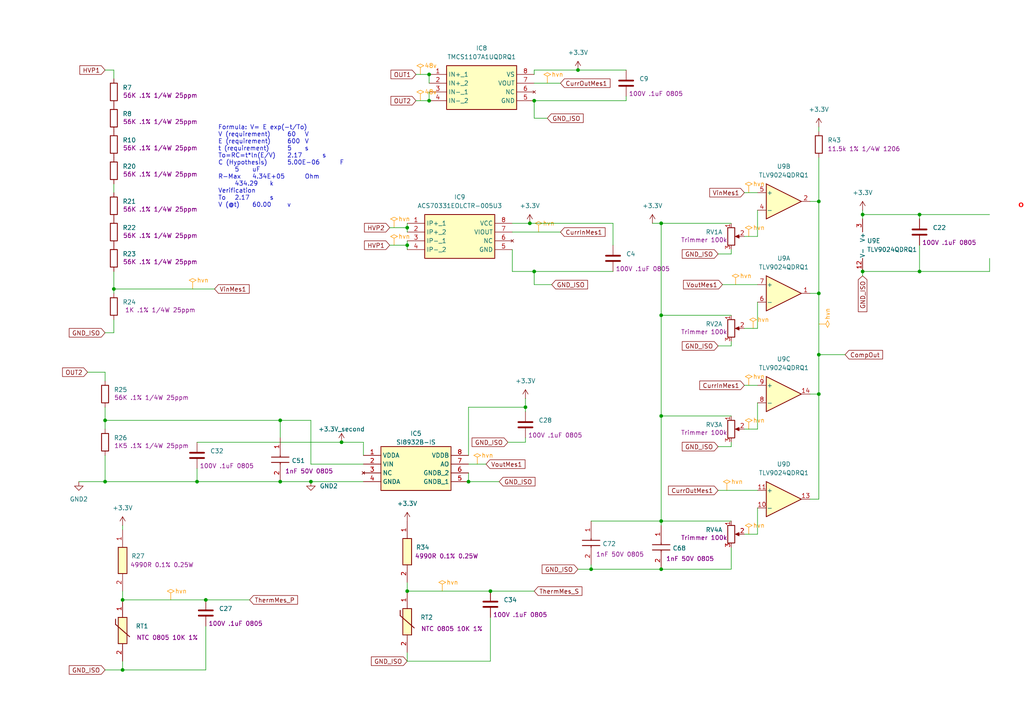
<source format=kicad_sch>
(kicad_sch (version 20250114) (generator "eeschema") (generator_version "9.0")
  (paper "A4")
  (lib_symbols
    (symbol "ACS70331EOLCTR-005U3:ACS70331EOLCTR-005U3"
      (property "Reference" "IC" (at 26.67 7.62 0))
      (property "Value" "ACS70331EOLCTR-005U3" (at 26.67 5.08 0))
      (symbol "ACS70331EOLCTR-005U3_1_1"
        (rectangle (start 5.08 2.54) (end 25.4 -10.16) (stroke (width 0.254)) (fill (type background)))
        (pin passive line (at 0 0 0) (length 5.08) (name "IP+_1") (number "1"))
        (pin passive line (at 0 -2.54 0) (length 5.08) (name "IP+_2") (number "2"))
        (pin passive line (at 0 -5.08 0) (length 5.08) (name "IP-_1") (number "3"))
        (pin passive line (at 0 -7.62 0) (length 5.08) (name "IP-_2") (number "4"))
        (pin passive line (at 30.48 0 180) (length 5.08) (name "VCC") (number "8"))
        (pin passive line (at 30.48 -2.54 180) (length 5.08) (name "VIOUT") (number "7"))
        (pin no_connect line (at 30.48 -5.08 180) (length 5.08) (name "NC") (number "6"))
        (pin passive line (at 30.48 -7.62 180) (length 5.08) (name "GND") (number "5"))
      )
    )
    (symbol "C0805C102J5GACTU:C0805C102J5GACTU" (pin_names (hide yes))
      (property "Reference" "C" (at 8.89 6.35 0))
      (property "Value" "C0805C102J5GACTU" (at 8.89 3.81 0))
      (symbol "C0805C102J5GACTU_1_1"
        (polyline (pts (xy 5.08 0) (xy 5.588 0)) (stroke (width 0.254)))
        (polyline (pts (xy 5.588 2.54) (xy 5.588 -2.54)) (stroke (width 0.254)))
        (polyline (pts (xy 7.112 2.54) (xy 7.112 -2.54)) (stroke (width 0.254)))
        (polyline (pts (xy 7.112 0) (xy 7.62 0)) (stroke (width 0.254)))
        (pin passive line (at 0 0 0) (length 5.08) (name "1") (number "1"))
        (pin passive line (at 12.7 0 180) (length 5.08) (name "2") (number "2"))
      )
    )
    (symbol "Device:C" (pin_numbers (hide yes)) (pin_names (offset 0.254))
      (property "Reference" "C" (at 0.635 2.54 0))
      (property "Value" "C" (at 0.635 -2.54 0))
      (symbol "C_0_1"
        (polyline (pts (xy -2.032 0.762) (xy 2.032 0.762)) (stroke (width 0.508)))
        (polyline (pts (xy -2.032 -0.762) (xy 2.032 -0.762)) (stroke (width 0.508)))
      )
      (symbol "C_1_1"
        (pin passive line (at 0 3.81 270) (length 2.794) (name "~") (number "1"))
        (pin passive line (at 0 -3.81 90) (length 2.794) (name "~") (number "2"))
      )
    )
    (symbol "Device:R" (pin_numbers (hide yes)) (pin_names (offset 0))
      (property "Reference" "R" (at 2.032 0 90))
      (property "Value" "R" (at 0 0 90))
      (symbol "R_0_1"
        (rectangle (start -1.016 -2.54) (end 1.016 2.54) (stroke (width 0.254)))
      )
      (symbol "R_1_1"
        (pin passive line (at 0 3.81 270) (length 1.27) (name "~") (number "1"))
        (pin passive line (at 0 -3.81 90) (length 1.27) (name "~") (number "2"))
      )
    )
    (symbol "Device:R_Potentiometer_Dual_Separate" (pin_names (offset 1.016) (hide yes))
      (property "Reference" "RV" (at -4.445 0 90))
      (property "Value" "R_Potentiometer_Dual_Separate" (at -2.54 0 90))
      (symbol "R_Potentiometer_Dual_Separate_0_1"
        (rectangle (start 1.016 2.54) (end -1.016 -2.54) (stroke (width 0.254)))
        (polyline (pts (xy 1.143 0) (xy 2.286 0.508) (xy 2.286 -0.508) (xy 1.143 0)) (fill (type outline)))
        (polyline (pts (xy 2.54 0) (xy 1.524 0)))
      )
      (symbol "R_Potentiometer_Dual_Separate_1_1"
        (pin passive line (at 0 3.81 270) (length 1.27) (name "1") (number "1"))
        (pin passive line (at 0 -3.81 90) (length 1.27) (name "3") (number "3"))
        (pin passive line (at 3.81 0 180) (length 1.27) (name "2") (number "2"))
      )
      (symbol "R_Potentiometer_Dual_Separate_2_1"
        (pin passive line (at 0 3.81 270) (length 1.27) (name "4") (number "4"))
        (pin passive line (at 0 -3.81 90) (length 1.27) (name "6") (number "6"))
        (pin passive line (at 3.81 0 180) (length 1.27) (name "5") (number "5"))
      )
    )
    (symbol "New_Library:TLV9024QDRQ1" (pin_names (offset 0.127))
      (property "Reference" "U" (at 0 5.08 0))
      (property "Value" "TLV9024QDRQ1" (at 0 -5.08 0))
      (symbol "TLV9024QDRQ1_1_1"
        (polyline (pts (xy -5.08 5.08) (xy 5.08 0) (xy -5.08 -5.08) (xy -5.08 5.08)) (stroke (width 0.254)) (fill (type background)))
        (pin input line (at -7.62 2.54 0) (length 2.54) (name "+") (number "7"))
        (pin input line (at -7.62 -2.54 0) (length 2.54) (name "-") (number "6"))
        (pin output line (at 7.62 0 180) (length 2.54) (name "~") (number "1"))
      )
      (symbol "TLV9024QDRQ1_2_1"
        (polyline (pts (xy -5.08 5.08) (xy 5.08 0) (xy -5.08 -5.08) (xy -5.08 5.08)) (stroke (width 0.254)) (fill (type background)))
        (pin input line (at -7.62 2.54 0) (length 2.54) (name "+") (number "5"))
        (pin input line (at -7.62 -2.54 0) (length 2.54) (name "-") (number "4"))
        (pin output line (at 7.62 0 180) (length 2.54) (name "~") (number "2"))
      )
      (symbol "TLV9024QDRQ1_3_1"
        (polyline (pts (xy -5.08 5.08) (xy 5.08 0) (xy -5.08 -5.08) (xy -5.08 5.08)) (stroke (width 0.254)) (fill (type background)))
        (pin input line (at -7.62 2.54 0) (length 2.54) (name "+") (number "9"))
        (pin input line (at -7.62 -2.54 0) (length 2.54) (name "-") (number "8"))
        (pin output line (at 7.62 0 180) (length 2.54) (name "~") (number "14"))
      )
      (symbol "TLV9024QDRQ1_4_1"
        (polyline (pts (xy -5.08 5.08) (xy 5.08 0) (xy -5.08 -5.08) (xy -5.08 5.08)) (stroke (width 0.254)) (fill (type background)))
        (pin input line (at -7.62 2.54 0) (length 2.54) (name "+") (number "11"))
        (pin input line (at -7.62 -2.54 0) (length 2.54) (name "-") (number "10"))
        (pin output line (at 7.62 0 180) (length 2.54) (name "~") (number "13"))
      )
      (symbol "TLV9024QDRQ1_5_1"
        (pin power_in line (at -2.54 7.62 270) (length 3.81) (name "V+") (number "3"))
        (pin power_in line (at -2.54 -7.62 90) (length 3.81) (name "V-") (number "12"))
      )
    )
    (symbol "RN73R2BTTD4991B25:RN73R2BTTD4991B25" (pin_names (hide yes))
      (property "Reference" "R" (at 13.97 6.35 0))
      (property "Value" "RN73R2BTTD4991B25" (at 13.97 3.81 0))
      (symbol "RN73R2BTTD4991B25_1_1"
        (rectangle (start 5.08 1.27) (end 12.7 -1.27) (stroke (width 0.254)) (fill (type background)))
        (pin passive line (at 0 0 0) (length 5.08) (name "1") (number "1"))
        (pin passive line (at 17.78 0 180) (length 5.08) (name "2") (number "2"))
      )
    )
    (symbol "SI8932B-IS:SI8932B-IS"
      (property "Reference" "IC" (at 26.67 7.62 0))
      (property "Value" "SI8932B-IS" (at 26.67 5.08 0))
      (symbol "SI8932B-IS_1_1"
        (rectangle (start 5.08 2.54) (end 25.4 -10.16) (stroke (width 0.254)) (fill (type background)))
        (pin passive line (at 0 0 0) (length 5.08) (name "VDDA") (number "1"))
        (pin passive line (at 0 -2.54 0) (length 5.08) (name "VIN") (number "2"))
        (pin no_connect line (at 0 -5.08 0) (length 5.08) (name "NC") (number "3"))
        (pin passive line (at 0 -7.62 0) (length 5.08) (name "GNDA") (number "4"))
        (pin passive line (at 30.48 0 180) (length 5.08) (name "VDDB") (number "8"))
        (pin passive line (at 30.48 -2.54 180) (length 5.08) (name "AO") (number "7"))
        (pin passive line (at 30.48 -5.08 180) (length 5.08) (name "GNDB_2") (number "6"))
        (pin passive line (at 30.48 -7.62 180) (length 5.08) (name "GNDB_1") (number "5"))
      )
    )
    (symbol "TMCS1107A4UQDRQ1:TMCS1107A4UQDRQ1"
      (property "Reference" "IC" (at 26.67 7.62 0))
      (property "Value" "TMCS1107A4UQDRQ1" (at 26.67 5.08 0))
      (symbol "TMCS1107A4UQDRQ1_1_1"
        (rectangle (start 5.08 2.54) (end 25.4 -10.16) (stroke (width 0.254)) (fill (type background)))
        (pin passive line (at 0 0 0) (length 5.08) (name "IN+_1") (number "1"))
        (pin passive line (at 0 -2.54 0) (length 5.08) (name "IN+_2") (number "2"))
        (pin passive line (at 0 -5.08 0) (length 5.08) (name "IN-_1") (number "3"))
        (pin passive line (at 0 -7.62 0) (length 5.08) (name "IN-_2") (number "4"))
        (pin passive line (at 30.48 0 180) (length 5.08) (name "VS") (number "8"))
        (pin passive line (at 30.48 -2.54 180) (length 5.08) (name "VOUT") (number "7"))
        (pin no_connect line (at 30.48 -5.08 180) (length 5.08) (name "NC") (number "6"))
        (pin passive line (at 30.48 -7.62 180) (length 5.08) (name "GND") (number "5"))
      )
    )
    (symbol "TX08F103F3435ER:TX08F103F3435ER" (pin_names (hide yes))
      (property "Reference" "RT" (at 13.97 6.35 0))
      (property "Value" "TX08F103F3435ER" (at 13.97 3.81 0))
      (symbol "TX08F103F3435ER_1_1"
        (rectangle (start 5.08 1.27) (end 12.7 -1.27) (stroke (width 0.254)) (fill (type background)))
        (polyline (pts (xy 5.588 -2.032) (xy 7.112 -2.032)) (stroke (width 0.254)))
        (polyline (pts (xy 10.668 2.032) (xy 7.112 -2.032)) (stroke (width 0.254)))
        (pin passive line (at 0 0 0) (length 5.08) (name "1") (number "1"))
        (pin passive line (at 17.78 0 180) (length 5.08) (name "2") (number "2"))
      )
    )
    (symbol "power:+5V" (power) (pin_numbers (hide yes)) (pin_names (offset 0) (hide yes))
      (property "Value" "+5V" (at 0 3.556 0))
      (symbol "+5V_0_1"
        (polyline (pts (xy -0.762 1.27) (xy 0 2.54)))
        (polyline (pts (xy 0 2.54) (xy 0.762 1.27)))
        (polyline (pts (xy 0 0) (xy 0 2.54)))
      )
      (symbol "+5V_1_1"
        (pin power_in line (at 0 0 90) (length 0) (name "~") (number "1"))
      )
    )
    (symbol "power:GND2" (power) (pin_numbers (hide yes)) (pin_names (offset 0) (hide yes))
      (property "Value" "GND2" (at 0 -3.81 0))
      (symbol "GND2_0_1"
        (polyline (pts (xy 0 0) (xy 0 -1.27) (xy 1.27 -1.27) (xy 0 -2.54) (xy -1.27 -1.27) (xy 0 -1.27)))
      )
      (symbol "GND2_1_1"
        (pin power_in line (at 0 0 270) (length 0) (name "~") (number "1"))
      )
    )
  )
  (text "Example of charging power\nOUT I\nACS770LCB-100U \nUni 100A 40mV/A 4800VAC 1min\nVcc = 5V\n22kW/250V= 88A, 22kW/300=73A\nOCP is around 4.033V 4.194V => (4.033+4.194)/2=4113.5mV (102.8A)\nIoutNom = 70A (DJC)\nVoltage range nominal (0,500v) 2%\n102/70= 1.45\n\nProposition prim \nACS70331EOLCTR-005U3\n5A uniderectional, 3.3V, 400mV/A, SOIC 8, very simple \n2euros mouser \nSpec 1200/360=3.33A\n5A/3.33A= 1.5\nout 0 to 3V (perfect)\nOR \nTMCS1107A4U \n3euros mouser \n10A\n\n\nSecondary 1200/42=28.57A \n(target 1.5 = 43A check 45 or 50A)\nTMCS1107A2UQDR \n100mV/A 3.3V\nsimple \nif you want more current \ncheck \nTMCS1107A1U\n86A Uniderectional \n43A \nmouser 2.96euros " (at 330.708 83.566 0) (effects (font (size 1.27 1.27) (bold yes))))
  (text "Formula: V= E exp(-t/To)		\nV (requirement)	60	V\nE (requirement)	600	V\nt (requirement)	5	s\nTo=RC=t*ln(E/V)	2.17	s\nC (Hypothesis)	5.00E-06	F\n	5	uF\nR-Max 	4.34E+05	Ohm \n	434.29	k\nVerification 		\nTo 	2.17	s\nV (@t)	60.00	v\n" (at 63.246 36.322 0) (effects (font (size 1.27 1.27)) (justify left top)))
  (junction (at 191.77 151.13))
  (junction (at 191.77 165.1))
  (junction (at 35.56 194.31))
  (junction (at 250.19 62.23))
  (junction (at 266.7 78.74))
  (junction (at 237.49 58.42))
  (junction (at 250.19 78.74))
  (junction (at 191.77 64.77))
  (junction (at 124.46 21.59))
  (junction (at 124.46 29.21))
  (junction (at 30.48 121.92))
  (junction (at 266.7 62.23))
  (junction (at 118.11 71.12))
  (junction (at 35.56 173.99))
  (junction (at 142.24 171.45))
  (junction (at 154.94 29.21))
  (junction (at 57.15 139.7))
  (junction (at 118.11 171.45))
  (junction (at 237.49 114.3))
  (junction (at 135.89 139.7))
  (junction (at 191.77 120.65))
  (junction (at 237.49 102.87))
  (junction (at 152.4 118.11))
  (junction (at 33.02 83.82))
  (junction (at 90.17 139.7))
  (junction (at 59.69 173.99))
  (junction (at 118.11 66.04))
  (junction (at 81.28 139.7))
  (junction (at 167.64 20.32))
  (junction (at 191.77 91.44))
  (junction (at 81.28 121.92))
  (junction (at 171.45 165.1))
  (junction (at 153.67 64.77))
  (junction (at 154.94 78.74))
  (junction (at 237.49 85.09))
  (junction (at 99.06 128.27))
  (junction (at 30.48 139.7))
  (wire (pts (xy 154.94 34.29) (xy 154.94 29.21)))
  (wire (pts (xy 135.89 118.11) (xy 152.4 118.11)))
  (wire (pts (xy 81.28 121.92) (xy 90.17 121.92)))
  (wire (pts (xy 35.56 173.99) (xy 59.69 173.99)))
  (wire (pts (xy 208.28 73.66) (xy 212.09 73.66)))
  (wire (pts (xy 191.77 91.44) (xy 212.09 91.44)))
  (wire (pts (xy 99.06 128.27) (xy 105.41 128.27)))
  (wire (pts (xy 90.17 139.7) (xy 105.41 139.7)))
  (wire (pts (xy 135.89 139.7) (xy 144.78 139.7)))
  (wire (pts (xy 30.48 121.92) (xy 30.48 124.46)))
  (wire (pts (xy 237.49 58.42) (xy 237.49 85.09)))
  (wire (pts (xy 135.89 134.62) (xy 140.97 134.62)))
  (wire (pts (xy 30.48 132.08) (xy 30.48 139.7)))
  (wire (pts (xy 152.4 115.57) (xy 152.4 118.11)))
  (wire (pts (xy 35.56 171.45) (xy 35.56 173.99)))
  (wire (pts (xy 135.89 137.16) (xy 135.89 139.7)))
  (wire (pts (xy 118.11 69.85) (xy 118.11 71.12)))
  (wire (pts (xy 154.94 20.32) (xy 167.64 20.32)))
  (wire (pts (xy 208.28 129.54) (xy 212.09 129.54)))
  (wire (pts (xy 118.11 66.04) (xy 118.11 67.31)))
  (wire (pts (xy 237.49 102.87) (xy 237.49 85.09)))
  (wire (pts (xy 212.09 165.1) (xy 212.09 158.75)))
  (wire (pts (xy 120.65 21.59) (xy 124.46 21.59)))
  (wire (pts (xy 158.75 34.29) (xy 154.94 34.29)))
  (wire (pts (xy 118.11 71.12) (xy 118.11 72.39)))
  (wire (pts (xy 154.94 20.32) (xy 154.94 21.59)))
  (wire (pts (xy 81.28 139.7) (xy 90.17 139.7)))
  (wire (pts (xy 152.4 119.38) (xy 152.4 118.11)))
  (wire (pts (xy 154.94 78.74) (xy 177.8 78.74)))
  (wire (pts (xy 105.41 132.08) (xy 105.41 128.27)))
  (wire (pts (xy 219.71 87.63) (xy 219.71 95.25)))
  (wire (pts (xy 22.86 139.7) (xy 30.48 139.7)))
  (wire (pts (xy 120.65 29.21) (xy 124.46 29.21)))
  (wire (pts (xy 219.71 68.58) (xy 215.9 68.58)))
  (wire (pts (xy 30.48 194.31) (xy 35.56 194.31)))
  (wire (pts (xy 191.77 64.77) (xy 191.77 91.44)))
  (wire (pts (xy 212.09 129.54) (xy 212.09 128.27)))
  (wire (pts (xy 153.67 64.77) (xy 177.8 64.77)))
  (wire (pts (xy 33.02 85.09) (xy 33.02 83.82)))
  (wire (pts (xy 147.32 128.27) (xy 152.4 128.27)))
  (wire (pts (xy 266.7 78.74) (xy 287.02 78.74)))
  (wire (pts (xy 30.48 110.49) (xy 30.48 107.95)))
  (wire (pts (xy 148.59 67.31) (xy 162.56 67.31)))
  (wire (pts (xy 219.71 60.96) (xy 219.71 68.58)))
  (wire (pts (xy 237.49 144.78) (xy 234.95 144.78)))
  (wire (pts (xy 171.45 163.83) (xy 171.45 165.1)))
  (wire (pts (xy 57.15 139.7) (xy 81.28 139.7)))
  (wire (pts (xy 154.94 29.21) (xy 181.61 29.21)))
  (wire (pts (xy 212.09 100.33) (xy 212.09 99.06)))
  (wire (pts (xy 234.95 114.3) (xy 237.49 114.3)))
  (wire (pts (xy 237.49 144.78) (xy 237.49 114.3)))
  (wire (pts (xy 191.77 120.65) (xy 212.09 120.65)))
  (wire (pts (xy 118.11 189.23) (xy 118.11 191.77)))
  (wire (pts (xy 191.77 165.1) (xy 212.09 165.1)))
  (wire (pts (xy 124.46 21.59) (xy 124.46 24.13)))
  (wire (pts (xy 208.28 100.33) (xy 212.09 100.33)))
  (wire (pts (xy 171.45 165.1) (xy 191.77 165.1)))
  (wire (pts (xy 191.77 91.44) (xy 191.77 120.65)))
  (wire (pts (xy 35.56 191.77) (xy 35.56 194.31)))
  (wire (pts (xy 234.95 85.09) (xy 237.49 85.09)))
  (wire (pts (xy 57.15 135.89) (xy 57.15 139.7)))
  (wire (pts (xy 266.7 71.12) (xy 266.7 78.74)))
  (wire (pts (xy 135.89 118.11) (xy 135.89 132.08)))
  (wire (pts (xy 266.7 62.23) (xy 266.7 63.5)))
  (wire (pts (xy 181.61 27.94) (xy 181.61 29.21)))
  (wire (pts (xy 250.19 62.23) (xy 250.19 63.5)))
  (wire (pts (xy 59.69 181.61) (xy 59.69 194.31)))
  (wire (pts (xy 81.28 121.92) (xy 81.28 127)))
  (wire (pts (xy 215.9 95.25) (xy 219.71 95.25)))
  (wire (pts (xy 154.94 24.13) (xy 162.56 24.13)))
  (wire (pts (xy 33.02 20.32) (xy 30.48 20.32)))
  (wire (pts (xy 171.45 151.13) (xy 191.77 151.13)))
  (wire (pts (xy 177.8 71.12) (xy 177.8 64.77)))
  (wire (pts (xy 118.11 64.77) (xy 118.11 66.04)))
  (wire (pts (xy 33.02 96.52) (xy 33.02 92.71)))
  (wire (pts (xy 237.49 45.72) (xy 237.49 58.42)))
  (wire (pts (xy 25.4 107.95) (xy 30.48 107.95)))
  (wire (pts (xy 152.4 128.27) (xy 152.4 127)))
  (wire (pts (xy 33.02 78.74) (xy 33.02 83.82)))
  (wire (pts (xy 212.09 73.66) (xy 212.09 72.39)))
  (wire (pts (xy 215.9 55.88) (xy 219.71 55.88)))
  (wire (pts (xy 148.59 64.77) (xy 153.67 64.77)))
  (wire (pts (xy 160.02 82.55) (xy 154.94 82.55)))
  (wire (pts (xy 124.46 26.67) (xy 124.46 29.21)))
  (wire (pts (xy 30.48 139.7) (xy 57.15 139.7)))
  (wire (pts (xy 191.77 64.77) (xy 212.09 64.77)))
  (wire (pts (xy 209.55 82.55) (xy 219.71 82.55)))
  (wire (pts (xy 35.56 194.31) (xy 59.69 194.31)))
  (wire (pts (xy 33.02 22.86) (xy 33.02 20.32)))
  (wire (pts (xy 118.11 171.45) (xy 142.24 171.45)))
  (wire (pts (xy 118.11 168.91) (xy 118.11 171.45)))
  (wire (pts (xy 189.23 64.77) (xy 191.77 64.77)))
  (wire (pts (xy 33.02 83.82) (xy 62.23 83.82)))
  (wire (pts (xy 191.77 151.13) (xy 212.09 151.13)))
  (wire (pts (xy 167.64 20.32) (xy 181.61 20.32)))
  (wire (pts (xy 30.48 121.92) (xy 81.28 121.92)))
  (wire (pts (xy 191.77 120.65) (xy 191.77 151.13)))
  (wire (pts (xy 148.59 72.39) (xy 148.59 78.74)))
  (wire (pts (xy 118.11 191.77) (xy 142.24 191.77)))
  (wire (pts (xy 142.24 171.45) (xy 154.94 171.45)))
  (wire (pts (xy 250.19 62.23) (xy 266.7 62.23)))
  (wire (pts (xy 237.49 36.83) (xy 237.49 38.1)))
  (wire (pts (xy 250.19 60.96) (xy 250.19 62.23)))
  (wire (pts (xy 148.59 78.74) (xy 154.94 78.74)))
  (wire (pts (xy 30.48 118.11) (xy 30.48 121.92)))
  (wire (pts (xy 30.48 96.52) (xy 33.02 96.52)))
  (wire (pts (xy 266.7 62.23) (xy 287.02 62.23)))
  (wire (pts (xy 33.02 55.88) (xy 33.02 53.34)))
  (wire (pts (xy 250.19 78.74) (xy 266.7 78.74)))
  (wire (pts (xy 219.71 124.46) (xy 215.9 124.46)))
  (wire (pts (xy 215.9 111.76) (xy 219.71 111.76)))
  (wire (pts (xy 250.19 80.01) (xy 250.19 78.74)))
  (wire (pts (xy 59.69 173.99) (xy 72.39 173.99)))
  (wire (pts (xy 154.94 82.55) (xy 154.94 78.74)))
  (wire (pts (xy 219.71 116.84) (xy 219.71 124.46)))
  (wire (pts (xy 167.64 165.1) (xy 171.45 165.1)))
  (wire (pts (xy 90.17 134.62) (xy 105.41 134.62)))
  (wire (pts (xy 191.77 151.13) (xy 191.77 152.4)))
  (wire (pts (xy 237.49 102.87) (xy 245.11 102.87)))
  (wire (pts (xy 287.02 74.93) (xy 287.02 78.74)))
  (wire (pts (xy 234.95 58.42) (xy 237.49 58.42)))
  (wire (pts (xy 113.03 71.12) (xy 118.11 71.12)))
  (wire (pts (xy 237.49 114.3) (xy 237.49 102.87)))
  (wire (pts (xy 208.28 142.24) (xy 219.71 142.24)))
  (wire (pts (xy 35.56 152.4) (xy 35.56 153.67)))
  (wire (pts (xy 113.03 66.04) (xy 118.11 66.04)))
  (wire (pts (xy 57.15 128.27) (xy 99.06 128.27)))
  (wire (pts (xy 142.24 179.07) (xy 142.24 191.77)))
  (wire (pts (xy 219.71 147.32) (xy 219.71 154.94)))
  (wire (pts (xy 219.71 154.94) (xy 215.9 154.94)))
  (wire (pts (xy 90.17 134.62) (xy 90.17 121.92)))
  (global_label "GND_ISO" (shape input) (at 30.48 96.52 180) (property "Intersheetrefs" "${INTERSHEET_REFS}" (effects (hide yes))))
  (global_label "VoutMes1" (shape input) (at 209.55 82.55 180) (property "Intersheetrefs" "${INTERSHEET_REFS}" (effects (hide yes))))
  (global_label "GND_ISO" (shape input) (at 208.28 100.33 180) (property "Intersheetrefs" "${INTERSHEET_REFS}" (effects (hide yes))))
  (global_label "HVP1" (shape input) (at 113.03 71.12 180) (property "Intersheetrefs" "${INTERSHEET_REFS}" (effects (hide yes))))
  (global_label "OUT2" (shape input) (at 25.4 107.95 180) (property "Intersheetrefs" "${INTERSHEET_REFS}" (effects (hide yes))))
  (global_label "VinMes1" (shape input) (at 62.23 83.82 0) (property "Intersheetrefs" "${INTERSHEET_REFS}" (effects (hide yes))))
  (global_label "HVP2" (shape input) (at 113.03 66.04 180) (property "Intersheetrefs" "${INTERSHEET_REFS}" (effects (hide yes))))
  (global_label "GND_ISO" (shape input) (at 30.48 194.31 180) (property "Intersheetrefs" "${INTERSHEET_REFS}" (effects (hide yes))))
  (global_label "CurrInMes1" (shape input) (at 162.56 67.31 0) (property "Intersheetrefs" "${INTERSHEET_REFS}" (effects (hide yes))))
  (global_label "CurrOutMes1" (shape input) (at 162.56 24.13 0) (property "Intersheetrefs" "${INTERSHEET_REFS}" (effects (hide yes))))
  (global_label "GND_ISO" (shape input) (at 147.32 128.27 180) (property "Intersheetrefs" "${INTERSHEET_REFS}" (effects (hide yes))))
  (global_label "OUT1" (shape input) (at 120.65 21.59 180) (property "Intersheetrefs" "${INTERSHEET_REFS}" (effects (hide yes))))
  (global_label "GND_ISO" (shape input) (at 208.28 73.66 180) (property "Intersheetrefs" "${INTERSHEET_REFS}" (effects (hide yes))))
  (global_label "CurrInMes1" (shape input) (at 215.9 111.76 180) (property "Intersheetrefs" "${INTERSHEET_REFS}" (effects (hide yes))))
  (global_label "GND_ISO" (shape input) (at 158.75 34.29 0) (property "Intersheetrefs" "${INTERSHEET_REFS}" (effects (hide yes))))
  (global_label "ThermMes_P" (shape input) (at 72.39 173.99 0) (property "Intersheetrefs" "${INTERSHEET_REFS}" (effects (hide yes))))
  (global_label "GND_ISO" (shape input) (at 250.19 80.01 270) (property "Intersheetrefs" "${INTERSHEET_REFS}" (effects (hide yes))))
  (global_label "GND_ISO" (shape input) (at 160.02 82.55 0) (property "Intersheetrefs" "${INTERSHEET_REFS}" (effects (hide yes))))
  (global_label "HVP1" (shape input) (at 30.48 20.32 180) (property "Intersheetrefs" "${INTERSHEET_REFS}" (effects (hide yes))))
  (global_label "GND_ISO" (shape input) (at 144.78 139.7 0) (property "Intersheetrefs" "${INTERSHEET_REFS}" (effects (hide yes))))
  (global_label "VinMes1" (shape input) (at 215.9 55.88 180) (property "Intersheetrefs" "${INTERSHEET_REFS}" (effects (hide yes))))
  (global_label "CompOut" (shape input) (at 245.11 102.87 0) (property "Intersheetrefs" "${INTERSHEET_REFS}" (effects (hide yes))))
  (global_label "VoutMes1" (shape input) (at 140.97 134.62 0) (property "Intersheetrefs" "${INTERSHEET_REFS}" (effects (hide yes))))
  (global_label "GND_ISO" (shape input) (at 208.28 129.54 180) (property "Intersheetrefs" "${INTERSHEET_REFS}" (effects (hide yes))))
  (global_label "OUT2" (shape input) (at 120.65 29.21 180) (property "Intersheetrefs" "${INTERSHEET_REFS}" (effects (hide yes))))
  (global_label "GND_ISO" (shape input) (at 118.11 191.77 180) (property "Intersheetrefs" "${INTERSHEET_REFS}" (effects (hide yes))))
  (global_label "GND_ISO" (shape input) (at 167.64 165.1 180) (property "Intersheetrefs" "${INTERSHEET_REFS}" (effects (hide yes))))
  (global_label "CurrOutMes1" (shape input) (at 208.28 142.24 180) (property "Intersheetrefs" "${INTERSHEET_REFS}" (effects (hide yes))))
  (global_label "ThermMes_S" (shape input) (at 154.94 171.45 0) (property "Intersheetrefs" "${INTERSHEET_REFS}" (effects (hide yes))))
  (netclass_flag "" (length 2.54) (shape diamond) (at 217.17 68.58 0) (property "Netclass" "hvn" (at 218.3765 66.04 0) (effects (justify left))))
  (netclass_flag "" (length 2.54) (shape diamond) (at 210.82 142.24 0) (property "Netclass" "hvn" (at 212.0265 139.7 0) (effects (justify left))))
  (netclass_flag "" (length 2.54) (shape diamond) (at 237.49 93.98 270) (property "Netclass" "hvn" (at 240.03 92.7735 90) (effects (justify left))))
  (netclass_flag "" (length 2.54) (shape diamond) (at 156.21 67.31 0) (property "Netclass" "hvn" (at 157.4165 64.77 0) (effects (justify left))))
  (netclass_flag "" (length 2.54) (shape diamond) (at 213.36 82.55 0) (property "Netclass" "hvn" (at 214.5665 80.01 0) (effects (justify left))))
  (netclass_flag "" (length 2.54) (shape diamond) (at 217.17 55.88 0) (property "Netclass" "hvn" (at 218.3765 53.34 0) (effects (justify left))))
  (netclass_flag "" (length 2.54) (shape diamond) (at 121.92 29.21 0) (property "Netclass" "48v" (at 123.1265 26.67 0) (effects (justify left))))
  (netclass_flag "" (length 2.54) (shape diamond) (at 55.88 83.82 0) (property "Netclass" "hvn" (at 57.0865 81.28 0) (effects (justify left))))
  (netclass_flag "" (length 2.54) (shape diamond) (at 121.92 21.59 0) (property "Netclass" "48v" (at 123.1265 19.05 0) (effects (justify left))))
  (netclass_flag "" (length 2.54) (shape diamond) (at 217.17 111.76 0) (property "Netclass" "hvn" (at 218.3765 109.22 0) (effects (justify left))))
  (netclass_flag "" (length 2.54) (shape diamond) (at 217.17 124.46 0) (property "Netclass" "hvn" (at 218.3765 121.92 0) (effects (justify left))))
  (netclass_flag "" (length 2.54) (shape diamond) (at 114.3 71.12 0) (property "Netclass" "hvn" (at 115.5065 68.58 0) (effects (justify left))))
  (netclass_flag "" (length 2.54) (shape diamond) (at 138.43 134.62 0) (property "Netclass" "hvn" (at 139.6365 132.08 0) (effects (justify left))))
  (netclass_flag "" (length 2.54) (shape diamond) (at 158.75 24.13 0) (property "Netclass" "hvn" (at 159.9565 21.59 0) (effects (justify left))))
  (netclass_flag "" (length 2.54) (shape diamond) (at 128.27 171.45 0) (property "Netclass" "hvn" (at 129.4765 168.91 0) (effects (justify left))))
  (netclass_flag "" (length 2.54) (shape diamond) (at 217.17 154.94 0) (property "Netclass" "hvn" (at 218.3765 152.4 0) (effects (justify left))))
  (netclass_flag "" (length 2.54) (shape diamond) (at 114.3 66.04 0) (property "Netclass" "hvn" (at 115.5065 63.5 0) (effects (justify left))))
  (netclass_flag "" (length 2.54) (shape diamond) (at 49.53 173.99 0) (property "Netclass" "hvn" (at 50.7365 171.45 0) (effects (justify left))))
  (netclass_flag "" (length 2.54) (shape diamond) (at 218.44 95.25 0) (property "Netclass" "hvn" (at 219.6465 92.71 0) (effects (justify left))))
  (symbol (lib_id "Device:R") (at 33.02 41.91 0) (unit 1)
    (property "Reference" "R10" (at 35.56 40.6399 0) (effects (justify left)))
    (property "Value" "RT1206BRD0756KL" (effects (hide yes)))
    (property "Footprint" "Resistor_SMD:R_1206_3216Metric" (effects (hide yes)))
    (property "Datasheet" "https://www.mouser.fr/datasheet/3/508/1/PYu-RT_1-to-0.01_RoHS_L_15.pdf" (effects (hide yes)))
    (property "Description" "56K .1% 1/4W 25ppm" (at 46.482 42.926 0))
    (property "Mouser Part Number" "603-RT1206BRD0756KL" (effects (hide yes)))
    (property "Manufacturer_Name " "YAGEO" (effects (hide yes)))
    (property "Manufacturer_Part_Number" "RT1206BRD0756KL" (effects (hide yes)))
  )
  (symbol (lib_id "Device:R_Potentiometer_Dual_Separate") (at 212.09 68.58 0) (unit 1)
    (property "Reference" "RV1" (at 209.55 67.3099 0) (effects (justify right)))
    (property "Footprint" "New_Linrary:RV_precision" (effects (hide yes)))
    (property "Description" "Trimmer 100k" (at 204.216 69.596 0))
  )
  (symbol (lib_id "RN73R2BTTD4991B25:RN73R2BTTD4991B25") (at 118.11 151.13 270) (unit 1)
    (property "Reference" "R34" (at 120.65 158.7499 90) (effects (justify left)))
    (property "Value" "RN73R2BTTD4991B25" (effects (hide yes)))
    (property "Footprint" "RN73R2BTTD4991B25:RESC3216X70N" (effects (hide yes)))
    (property "Datasheet" "https://www.koaspeer.com/pdfs/RN73R.pdf" (effects (hide yes)))
    (property "Description" "4990R 0.1% 0.25W" (at 129.54 161.29 90))
    (property "Height" "0.7" (effects (hide yes)))
    (property "Mouser Part Number" "660-RN73R2BTD4991B25" (effects (hide yes)))
    (property "Mouser Price/Stock" "https://www.mouser.co.uk/ProductDetail/KOA-Speer/RN73R2BTTD4991B25?qs=2WXlatMagcEhNVuIYxDXww%3D%3D" (effects (hide yes)))
    (property "Manufacturer_Name" "KOA Speer" (effects (hide yes)))
    (property "Manufacturer_Part_Number" "RN73R2BTTD4991B25" (effects (hide yes)))
  )
  (symbol (lib_id "Device:R_Potentiometer_Dual_Separate") (at 212.09 154.94 0) (unit 1)
    (property "Reference" "RV4" (at 209.55 153.6699 0) (effects (justify right)))
    (property "Footprint" "New_Linrary:RV_precision" (effects (hide yes)))
    (property "Description" "Trimmer 100k" (at 204.216 155.956 0))
  )
  (symbol (lib_id "Device:C") (at 59.69 177.8 0) (unit 1)
    (property "Reference" "C27" (at 63.5 176.5299 0) (effects (justify left)))
    (property "Value" "SH21B104K101CT" (effects (hide yes)))
    (property "Footprint" "Capacitor_SMD:C_0805_2012Metric" (effects (hide yes)))
    (property "Datasheet" "https://www.mouser.fr/datasheet/3/317/1/WTC_MLCC_Soft_term_SH.pdf" (effects (hide yes)))
    (property "Description" "100V .1uF 0805" (at 68.326 180.848 0))
    (property "Manufacturer_Name" "Walsin" (effects (hide yes)))
    (property "Manufacturer_Part_Number " "SH21B104K101CT" (effects (hide yes)))
    (property "Mouser Part Number" "791-SH21B104K101CT" (effects (hide yes)))
  )
  (symbol (lib_id "Device:R") (at 33.02 74.93 0) (unit 1)
    (property "Reference" "R23" (at 35.56 73.6599 0) (effects (justify left)))
    (property "Value" "RT1206BRD0756KL" (effects (hide yes)))
    (property "Footprint" "Resistor_SMD:R_1206_3216Metric" (effects (hide yes)))
    (property "Datasheet" "https://www.mouser.fr/datasheet/3/508/1/PYu-RT_1-to-0.01_RoHS_L_15.pdf" (effects (hide yes)))
    (property "Description" "56K .1% 1/4W 25ppm" (at 46.482 75.946 0))
    (property "Mouser Part Number" "603-RT1206BRD0756KL" (effects (hide yes)))
    (property "Manufacturer_Name " "YAGEO" (effects (hide yes)))
    (property "Manufacturer_Part_Number" "RT1206BRD0756KL" (effects (hide yes)))
  )
  (symbol (lib_id "power:+5V") (at 99.06 128.27 0) (unit 1)
    (property "Reference" "#PWR042" (effects (hide yes)))
    (property "Value" "+3.3V_second" (at 99.06 124.46 0))
    (property "Description" "Power symbol creates a global label with name \"+5V\"" (effects (hide yes)))
  )
  (symbol (lib_id "Device:C") (at 181.61 24.13 0) (unit 1)
    (property "Reference" "C9" (at 185.42 22.8599 0) (effects (justify left)))
    (property "Value" "SH21B104K101CT" (effects (hide yes)))
    (property "Footprint" "Capacitor_SMD:C_0805_2012Metric" (effects (hide yes)))
    (property "Datasheet" "https://www.mouser.fr/datasheet/3/317/1/WTC_MLCC_Soft_term_SH.pdf" (effects (hide yes)))
    (property "Description" "100V .1uF 0805" (at 190.246 27.178 0))
    (property "Manufacturer_Name" "Walsin" (effects (hide yes)))
    (property "Manufacturer_Part_Number " "SH21B104K101CT" (effects (hide yes)))
    (property "Mouser Part Number" "791-SH21B104K101CT" (effects (hide yes)))
  )
  (symbol (lib_id "Device:C") (at 152.4 123.19 0) (unit 1)
    (property "Reference" "C28" (at 156.21 121.9199 0) (effects (justify left)))
    (property "Value" "SH21B104K101CT" (effects (hide yes)))
    (property "Footprint" "Capacitor_SMD:C_0805_2012Metric" (effects (hide yes)))
    (property "Datasheet" "https://www.mouser.fr/datasheet/3/317/1/WTC_MLCC_Soft_term_SH.pdf" (effects (hide yes)))
    (property "Description" "100V .1uF 0805" (at 161.036 126.238 0))
    (property "Manufacturer_Name" "Walsin" (effects (hide yes)))
    (property "Manufacturer_Part_Number " "SH21B104K101CT" (effects (hide yes)))
    (property "Mouser Part Number" "791-SH21B104K101CT" (effects (hide yes)))
  )
  (symbol (lib_id "New_Library:TLV9024QDRQ1") (at 252.73 71.12 0) (unit 5)
    (property "Reference" "U9" (at 251.46 69.8499 0) (effects (justify left)))
    (property "Value" "TLV9024QDRQ1" (at 251.46 72.3899 0) (effects (justify left)))
    (property "Footprint" "Package_SO:SOIC-14_3.9x8.7mm_P1.27mm" (effects (hide yes)))
    (property "Datasheet" "https://www.ti.com/lit/ds/symlink/tlv9022-q1.pdf" (effects (hide yes)))
    (property "Description" "Quad channel comparators, SOIC-14" (effects (hide yes)))
    (property "Mouser Part Number" "595-TLV9024QDRQ1" (effects (hide yes)))
    (property "Manufacturer_Name " "Texas Instruments" (effects (hide yes)))
    (property "Manufacturer_Part_Number " " TLV9024QDRQ1" (effects (hide yes)))
  )
  (symbol (lib_id "Device:R") (at 33.02 67.31 0) (unit 1)
    (property "Reference" "R22" (at 35.56 66.0399 0) (effects (justify left)))
    (property "Value" "RT1206BRD0756KL" (effects (hide yes)))
    (property "Footprint" "Resistor_SMD:R_1206_3216Metric" (effects (hide yes)))
    (property "Datasheet" "https://www.mouser.fr/datasheet/3/508/1/PYu-RT_1-to-0.01_RoHS_L_15.pdf" (effects (hide yes)))
    (property "Description" "56K .1% 1/4W 25ppm" (at 46.482 68.326 0))
    (property "Mouser Part Number" "603-RT1206BRD0756KL" (effects (hide yes)))
    (property "Manufacturer_Name " "YAGEO" (effects (hide yes)))
    (property "Manufacturer_Part_Number" "RT1206BRD0756KL" (effects (hide yes)))
  )
  (symbol (lib_id "power:+5V") (at 189.23 64.77 0) (unit 1)
    (property "Reference" "#PWR028" (effects (hide yes)))
    (property "Value" "+3.3V" (at 189.23 59.69 0))
    (property "Description" "Power symbol creates a global label with name \"+5V\"" (effects (hide yes)))
  )
  (symbol (lib_id "ACS70331EOLCTR-005U3:ACS70331EOLCTR-005U3") (at 118.11 64.77 0) (unit 1)
    (property "Reference" "IC9" (at 133.35 57.15 0))
    (property "Value" "ACS70331EOLCTR-005U3" (at 133.35 59.69 0))
    (property "Footprint" "ACS70331EOLCTR-005U3:SOIC127P600X175-8N" (effects (hide yes)))
    (property "Datasheet" "https://www.allegromicro.com/-/media/files/datasheets/acs70331-datasheet.ashx" (effects (hide yes)))
    (property "Description" "High Sensitivity, Gmr-Based Current Sensor IC" (effects (hide yes)))
    (property "Height" "1.75" (effects (hide yes)))
    (property "Mouser Part Number" "250-70331EOLCTR005U3" (effects (hide yes)))
    (property "Mouser Price/Stock" "https://www.mouser.co.uk/ProductDetail/Allegro-MicroSystems/ACS70331EOLCTR-005U3?qs=pUKx8fyJudDz9FJ7uQ14Rw%3D%3D" (effects (hide yes)))
    (property "Manufacturer_Name" "Allegro Microsystems" (effects (hide yes)))
    (property "Manufacturer_Part_Number" "ACS70331EOLCTR-005U3" (effects (hide yes)))
  )
  (symbol (lib_id "Device:R_Potentiometer_Dual_Separate") (at 212.09 95.25 0) (unit 1)
    (property "Reference" "RV2" (at 209.55 93.9799 0) (effects (justify right)))
    (property "Footprint" "New_Linrary:RV_precision" (effects (hide yes)))
    (property "Description" "Trimmer 100k" (at 204.216 96.266 0))
  )
  (symbol (lib_id "C0805C102J5GACTU:C0805C102J5GACTU") (at 191.77 152.4 270) (unit 1)
    (property "Reference" "C68" (at 195.072 159.004 90) (effects (justify left)))
    (property "Value" "C0805C102J5GACTU" (effects (hide yes)))
    (property "Footprint" "C0805C102J5GACTU:C0805" (effects (hide yes)))
    (property "Datasheet" "https://content.kemet.com/datasheets/KEM_C1003_C0G_SMD.pdf" (effects (hide yes)))
    (property "Description" "1nF 50V 0805" (at 200.152 162.052 90))
    (property "Height" "1.1" (effects (hide yes)))
    (property "Mouser Part Number" "80-C0805C102J5G" (effects (hide yes)))
    (property "Mouser Price/Stock" "https://www.mouser.co.uk/ProductDetail/KEMET/C0805C102J5GACTU?qs=yrVqjCObULOWvTzsHVJg1Q%3D%3D" (effects (hide yes)))
    (property "Manufacturer_Name" "KEMET" (effects (hide yes)))
    (property "Manufacturer_Part_Number" "C0805C102J5GACTU" (effects (hide yes)))
  )
  (symbol (lib_id "Device:C") (at 142.24 175.26 0) (unit 1)
    (property "Reference" "C34" (at 146.05 173.9899 0) (effects (justify left)))
    (property "Value" "SH21B104K101CT" (effects (hide yes)))
    (property "Footprint" "Capacitor_SMD:C_0805_2012Metric" (effects (hide yes)))
    (property "Datasheet" "https://www.mouser.fr/datasheet/3/317/1/WTC_MLCC_Soft_term_SH.pdf" (effects (hide yes)))
    (property "Description" "100V .1uF 0805" (at 150.876 178.308 0))
    (property "Manufacturer_Name" "Walsin" (effects (hide yes)))
    (property "Manufacturer_Part_Number " "SH21B104K101CT" (effects (hide yes)))
    (property "Mouser Part Number" "791-SH21B104K101CT" (effects (hide yes)))
  )
  (symbol (lib_id "New_Library:TLV9024QDRQ1") (at 227.33 85.09 0) (unit 1)
    (property "Reference" "U9" (at 227.33 74.93 0))
    (property "Value" "TLV9024QDRQ1" (at 227.33 77.47 0))
    (property "Footprint" "Package_SO:SOIC-14_3.9x8.7mm_P1.27mm" (effects (hide yes)))
    (property "Datasheet" "https://www.ti.com/lit/ds/symlink/tlv9022-q1.pdf" (effects (hide yes)))
    (property "Description" "Quad channel comparators, SOIC-14" (effects (hide yes)))
    (property "Mouser Part Number" "595-TLV9024QDRQ1" (effects (hide yes)))
    (property "Manufacturer_Name " "Texas Instruments" (effects (hide yes)))
    (property "Manufacturer_Part_Number " " TLV9024QDRQ1" (effects (hide yes)))
  )
  (symbol (lib_id "Device:R") (at 30.48 128.27 0) (unit 1)
    (property "Reference" "R26" (at 33.02 126.9999 0) (effects (justify left)))
    (property "Value" "ERA-8AEB152V" (effects (hide yes)))
    (property "Footprint" "Resistor_SMD:R_1206_3216Metric" (effects (hide yes)))
    (property "Datasheet" "https://industrial.panasonic.com/cdbs/www-data/pdf/RDM0000/AOA0000C307.pdf" (effects (hide yes)))
    (property "Description" "1K5 .1% 1/4W 25ppm" (at 43.942 129.286 0))
    (property "Mouser Part Number" "667-ERA-8AEB152V" (effects (hide yes)))
    (property "Manufacturer_Name " "Panasonic" (effects (hide yes)))
    (property "Manufacturer_Part_Number" "ERA-8AEB152V" (effects (hide yes)))
  )
  (symbol (lib_id "power:GND2") (at 22.86 139.7 0) (unit 1)
    (property "Reference" "#PWR023" (effects (hide yes)))
    (property "Value" "GND2" (at 22.86 144.78 0))
    (property "Description" "Power symbol creates a global label with name \"GND2\" , ground" (effects (hide yes)))
  )
  (symbol (lib_id "C0805C102J5GACTU:C0805C102J5GACTU") (at 171.45 151.13 270) (unit 1)
    (property "Reference" "C72" (at 174.752 157.734 90) (effects (justify left)))
    (property "Value" "C0805C102J5GACTU" (effects (hide yes)))
    (property "Footprint" "C0805C102J5GACTU:C0805" (effects (hide yes)))
    (property "Datasheet" "https://content.kemet.com/datasheets/KEM_C1003_C0G_SMD.pdf" (effects (hide yes)))
    (property "Description" "1nF 50V 0805" (at 179.832 160.782 90))
    (property "Height" "1.1" (effects (hide yes)))
    (property "Mouser Part Number" "80-C0805C102J5G" (effects (hide yes)))
    (property "Mouser Price/Stock" "https://www.mouser.co.uk/ProductDetail/KEMET/C0805C102J5GACTU?qs=yrVqjCObULOWvTzsHVJg1Q%3D%3D" (effects (hide yes)))
    (property "Manufacturer_Name" "KEMET" (effects (hide yes)))
    (property "Manufacturer_Part_Number" "C0805C102J5GACTU" (effects (hide yes)))
  )
  (symbol (lib_id "Device:C") (at 266.7 67.31 0) (unit 1)
    (property "Reference" "C22" (at 270.51 66.0399 0) (effects (justify left)))
    (property "Value" "SH21B104K101CT" (effects (hide yes)))
    (property "Footprint" "Capacitor_SMD:C_0805_2012Metric" (effects (hide yes)))
    (property "Datasheet" "https://www.mouser.fr/datasheet/3/317/1/WTC_MLCC_Soft_term_SH.pdf" (effects (hide yes)))
    (property "Description" "100V .1uF 0805" (at 275.336 70.358 0))
    (property "Manufacturer_Name" "Walsin" (effects (hide yes)))
    (property "Manufacturer_Part_Number " "SH21B104K101CT" (effects (hide yes)))
    (property "Mouser Part Number" "791-SH21B104K101CT" (effects (hide yes)))
  )
  (symbol (lib_id "power:+5V") (at 118.11 151.13 0) (unit 1)
    (property "Reference" "#PWR016" (effects (hide yes)))
    (property "Value" "+3.3V" (at 118.11 146.05 0))
    (property "Description" "Power symbol creates a global label with name \"+5V\"" (effects (hide yes)))
  )
  (symbol (lib_id "New_Library:TLV9024QDRQ1") (at 227.33 144.78 0) (unit 4)
    (property "Reference" "U9" (at 227.33 134.62 0))
    (property "Value" "TLV9024QDRQ1" (at 227.33 137.16 0))
    (property "Footprint" "Package_SO:SOIC-14_3.9x8.7mm_P1.27mm" (effects (hide yes)))
    (property "Datasheet" "https://www.ti.com/lit/ds/symlink/tlv9022-q1.pdf" (effects (hide yes)))
    (property "Description" "Quad channel comparators, SOIC-14" (effects (hide yes)))
    (property "Mouser Part Number" "595-TLV9024QDRQ1" (effects (hide yes)))
    (property "Manufacturer_Name " "Texas Instruments" (effects (hide yes)))
    (property "Manufacturer_Part_Number " " TLV9024QDRQ1" (effects (hide yes)))
  )
  (symbol (lib_id "Device:R") (at 237.49 41.91 0) (unit 1)
    (property "Reference" "R43" (at 240.03 40.6399 0) (effects (justify left)))
    (property "Value" "RC1206FR-0711K5L" (effects (hide yes)))
    (property "Footprint" "Resistor_SMD:R_1206_3216Metric" (effects (hide yes)))
    (property "Datasheet" "www.mouser.com/catalog/specsheets/YAGEO_PYu_RC_Group_51_RoHS_L_12.pdf" (effects (hide yes)))
    (property "Description" "11.5k 1% 1/4W 1206" (at 240.03 43.1799 0) (effects (justify left)))
    (property "Mouser Part Number" "603-RC1206FR-0711K5L" (effects (hide yes)))
    (property "Manufacturer_Name  " "YAGEO" (effects (hide yes)))
    (property "Manufacturer_Part_Number " "RC1206FR-0711K5L" (effects (hide yes)))
  )
  (symbol (lib_id "power:+5V") (at 153.67 64.77 0) (unit 1)
    (property "Reference" "#PWR01" (effects (hide yes)))
    (property "Value" "+3.3V" (at 153.67 59.69 0))
    (property "Description" "Power symbol creates a global label with name \"+5V\"" (effects (hide yes)))
  )
  (symbol (lib_id "Device:R") (at 33.02 88.9 0) (unit 1)
    (property "Reference" "R24" (at 35.56 87.6299 0) (effects (justify left)))
    (property "Value" "RNCE1206BTE1K00" (effects (hide yes)))
    (property "Footprint" "Resistor_SMD:R_1206_3216Metric" (effects (hide yes)))
    (property "Datasheet" "https://www.mouser.fr/datasheet/3/1099/1/SEI-RNCE.pdf" (effects (hide yes)))
    (property "Description" "1K .1% 1/4W 25ppm" (at 46.482 89.916 0))
    (property "Mouser Part Number" "708-RNCE1206BTE1K00" (effects (hide yes)))
    (property "Manufacturer_Name " "SEI Stackpole" (effects (hide yes)))
    (property "Manufacturer_Part_Number" "RNCE1206BTE1K00" (effects (hide yes)))
  )
  (symbol (lib_id "C0805C102J5GACTU:C0805C102J5GACTU") (at 81.28 127 270) (unit 1)
    (property "Reference" "C51" (at 84.582 133.604 90) (effects (justify left)))
    (property "Value" "C0805C102J5GACTU" (effects (hide yes)))
    (property "Footprint" "C0805C102J5GACTU:C0805" (effects (hide yes)))
    (property "Datasheet" "https://content.kemet.com/datasheets/KEM_C1003_C0G_SMD.pdf" (effects (hide yes)))
    (property "Description" "1nF 50V 0805" (at 89.662 136.652 90))
    (property "Height" "1.1" (effects (hide yes)))
    (property "Mouser Part Number" "80-C0805C102J5G" (effects (hide yes)))
    (property "Mouser Price/Stock" "https://www.mouser.co.uk/ProductDetail/KEMET/C0805C102J5GACTU?qs=yrVqjCObULOWvTzsHVJg1Q%3D%3D" (effects (hide yes)))
    (property "Manufacturer_Name" "KEMET" (effects (hide yes)))
    (property "Manufacturer_Part_Number" "C0805C102J5GACTU" (effects (hide yes)))
  )
  (symbol (lib_id "power:GND2") (at 90.17 139.7 0) (unit 1)
    (property "Reference" "#PWR043" (effects (hide yes)))
    (property "Value" "GND2" (at 92.71 140.9699 0) (effects (justify left)))
    (property "Description" "Power symbol creates a global label with name \"GND2\" , ground" (effects (hide yes)))
  )
  (symbol (lib_id "power:+5V") (at 152.4 115.57 0) (unit 1)
    (property "Reference" "#PWR015" (effects (hide yes)))
    (property "Value" "+3.3V" (at 152.4 110.49 0))
    (property "Description" "Power symbol creates a global label with name \"+5V\"" (effects (hide yes)))
  )
  (symbol (lib_id "TX08F103F3435ER:TX08F103F3435ER") (at 35.56 173.99 270) (unit 1)
    (property "Reference" "RT1" (at 39.37 181.6099 90) (effects (justify left)))
    (property "Value" "TX08F103F3435ER" (effects (hide yes)))
    (property "Footprint" "Resistor_SMD:R_0805_2012Metric" (effects (hide yes)))
    (property "Datasheet" "https://www.ohmite.com/assets/docs/res_tx.pdf?r=false" (effects (hide yes)))
    (property "Description" "NTC 0805 10K 1%" (at 48.514 184.912 90))
    (property "Height" "0.65" (effects (hide yes)))
    (property "Mouser Part Number" "588-TX08F103F3435ER" (effects (hide yes)))
    (property "Mouser Price/Stock" "https://www.mouser.co.uk/ProductDetail/Ohmite/TX08F103F3435ER?qs=vEM7xhTegWiti1BXKGM%252B2A%3D%3D" (effects (hide yes)))
    (property "Manufacturer_Name" "Ohmite" (effects (hide yes)))
    (property "Manufacturer_Part_Number" "TX08F103F3435ER" (effects (hide yes)))
  )
  (symbol (lib_id "SI8932B-IS:SI8932B-IS") (at 105.41 132.08 0) (unit 1)
    (property "Reference" "IC5" (at 120.65 125.73 0))
    (property "Value" "SI8932B-IS" (at 120.65 128.27 0))
    (property "Footprint" "SOIC127P600X175-8N" (effects (hide yes)))
    (property "Datasheet" "https://www.skyworksinc.com/-/media/SkyWorks/SL/documents/public/data-sheets/si8931-32-datasheet.pdf" (effects (hide yes)))
    (property "Description" "Isolation Amplifiers Isolated voltage sensor with single ended input and single ended output. Narrow body S08." (effects (hide yes)))
    (property "Height" "1.75" (effects (hide yes)))
    (property "Mouser Part Number" "873-SI8932B-IS" (effects (hide yes)))
    (property "Mouser Price/Stock" "https://www.mouser.co.uk/ProductDetail/Skyworks-Solutions-Inc/SI8932B-IS?qs=yqaQSyyJnNgaRLq9HA2Jow%3D%3D" (effects (hide yes)))
    (property "Manufacturer_Name" "Skyworks" (effects (hide yes)))
    (property "Manufacturer_Part_Number" "SI8932B-IS" (effects (hide yes)))
  )
  (symbol (lib_id "power:+5V") (at 167.64 20.32 0) (unit 1)
    (property "Reference" "#PWR08" (effects (hide yes)))
    (property "Value" "+3.3V" (at 167.64 15.24 0))
    (property "Description" "Power symbol creates a global label with name \"+5V\"" (effects (hide yes)))
  )
  (symbol (lib_id "RN73R2BTTD4991B25:RN73R2BTTD4991B25") (at 35.56 153.67 270) (unit 1)
    (property "Reference" "R27" (at 38.1 161.2899 90) (effects (justify left)))
    (property "Value" "RN73R2BTTD4991B25" (effects (hide yes)))
    (property "Footprint" "RN73R2BTTD4991B25:RESC3216X70N" (effects (hide yes)))
    (property "Datasheet" "https://www.koaspeer.com/pdfs/RN73R.pdf" (effects (hide yes)))
    (property "Description" "4990R 0.1% 0.25W" (at 46.99 163.83 90))
    (property "Height" "0.7" (effects (hide yes)))
    (property "Mouser Part Number" "660-RN73R2BTD4991B25" (effects (hide yes)))
    (property "Mouser Price/Stock" "https://www.mouser.co.uk/ProductDetail/KOA-Speer/RN73R2BTTD4991B25?qs=2WXlatMagcEhNVuIYxDXww%3D%3D" (effects (hide yes)))
    (property "Manufacturer_Name" "KOA Speer" (effects (hide yes)))
    (property "Manufacturer_Part_Number" "RN73R2BTTD4991B25" (effects (hide yes)))
  )
  (symbol (lib_id "Device:R") (at 33.02 34.29 0) (unit 1)
    (property "Reference" "R8" (at 35.56 33.0199 0) (effects (justify left)))
    (property "Value" "RT1206BRD0756KL" (effects (hide yes)))
    (property "Footprint" "Resistor_SMD:R_1206_3216Metric" (effects (hide yes)))
    (property "Datasheet" "https://www.mouser.fr/datasheet/3/508/1/PYu-RT_1-to-0.01_RoHS_L_15.pdf" (effects (hide yes)))
    (property "Description" "56K .1% 1/4W 25ppm" (at 46.482 35.306 0))
    (property "Mouser Part Number" "603-RT1206BRD0756KL" (effects (hide yes)))
    (property "Manufacturer_Name " "YAGEO" (effects (hide yes)))
    (property "Manufacturer_Part_Number" "RT1206BRD0756KL" (effects (hide yes)))
  )
  (symbol (lib_id "Device:C") (at 57.15 132.08 0) (unit 1)
    (property "Reference" "C32" (at 60.96 130.8099 0) (effects (justify left)))
    (property "Value" "SH21B104K101CT" (effects (hide yes)))
    (property "Footprint" "Capacitor_SMD:C_0805_2012Metric" (effects (hide yes)))
    (property "Datasheet" "https://www.mouser.fr/datasheet/3/317/1/WTC_MLCC_Soft_term_SH.pdf" (effects (hide yes)))
    (property "Description" "100V .1uF 0805" (at 65.786 135.128 0))
    (property "Manufacturer_Name" "Walsin" (effects (hide yes)))
    (property "Manufacturer_Part_Number " "SH21B104K101CT" (effects (hide yes)))
    (property "Mouser Part Number" "791-SH21B104K101CT" (effects (hide yes)))
  )
  (symbol (lib_id "New_Library:TLV9024QDRQ1") (at 227.33 114.3 0) (unit 3)
    (property "Reference" "U9" (at 227.33 104.14 0))
    (property "Value" "TLV9024QDRQ1" (at 227.33 106.68 0))
    (property "Footprint" "Package_SO:SOIC-14_3.9x8.7mm_P1.27mm" (effects (hide yes)))
    (property "Datasheet" "https://www.ti.com/lit/ds/symlink/tlv9022-q1.pdf" (effects (hide yes)))
    (property "Description" "Quad channel comparators, SOIC-14" (effects (hide yes)))
    (property "Mouser Part Number" "595-TLV9024QDRQ1" (effects (hide yes)))
    (property "Manufacturer_Name " "Texas Instruments" (effects (hide yes)))
    (property "Manufacturer_Part_Number " " TLV9024QDRQ1" (effects (hide yes)))
  )
  (symbol (lib_id "Device:R_Potentiometer_Dual_Separate") (at 212.09 124.46 0) (unit 1)
    (property "Reference" "RV3" (at 209.55 123.1899 0) (effects (justify right)))
    (property "Footprint" "New_Linrary:RV_precision" (effects (hide yes)))
    (property "Description" "Trimmer 100k" (at 204.216 125.476 0))
  )
  (symbol (lib_id "Device:R") (at 30.48 114.3 0) (unit 1)
    (property "Reference" "R25" (at 33.02 113.0299 0) (effects (justify left)))
    (property "Value" "RT1206BRD0756KL" (effects (hide yes)))
    (property "Footprint" "Resistor_SMD:R_1206_3216Metric" (effects (hide yes)))
    (property "Datasheet" "https://www.mouser.fr/datasheet/3/508/1/PYu-RT_1-to-0.01_RoHS_L_15.pdf" (effects (hide yes)))
    (property "Description" "56K .1% 1/4W 25ppm" (at 43.942 115.316 0))
    (property "Mouser Part Number" "603-RT1206BRD0756KL" (effects (hide yes)))
    (property "Manufacturer_Name " "YAGEO" (effects (hide yes)))
    (property "Manufacturer_Part_Number" "RT1206BRD0756KL" (effects (hide yes)))
  )
  (symbol (lib_id "power:+5V") (at 250.19 60.96 0) (unit 1)
    (property "Reference" "#PWR020" (effects (hide yes)))
    (property "Value" "+3.3V" (at 250.19 55.88 0))
    (property "Description" "Power symbol creates a global label with name \"+5V\"" (effects (hide yes)))
  )
  (symbol (lib_id "TMCS1107A4UQDRQ1:TMCS1107A4UQDRQ1") (at 124.46 21.59 0) (unit 1)
    (property "Reference" "IC8" (at 139.7 13.97 0))
    (property "Value" "TMCS1107A1UQDRQ1" (at 139.7 16.51 0))
    (property "Footprint" "TMCS1107A4UQDRQ1:SOIC127P600X175-8N" (effects (hide yes)))
    (property "Datasheet" "https://www.ti.com/general/docs/suppproductinfo.tsp?distId=26&gotoUrl=https://www.ti.com/lit/gpn/tmcs1107-q1" (effects (hide yes)))
    (property "Description" "TMCS1107A1UQDRQ1" (effects (hide yes)))
    (property "Height" "1.75" (effects (hide yes)))
    (property "Mouser Part Number" "595-TMCS1107A1UQDRQ1" (effects (hide yes)))
    (property "Mouser Price/Stock" "https://www.mouser.co.uk/ProductDetail/Texas-Instruments/TMCS1107A4UQDRQ1?qs=A6eO%252BMLsxmQ8Ln0%2FPMa5pg%3D%3D" (effects (hide yes)))
    (property "Manufacturer_Name" "Texas Instruments" (effects (hide yes)))
    (property "Manufacturer_Part_Number" "TMCS1107A4UQDRQ1" (effects (hide yes)))
  )
  (symbol (lib_id "power:+5V") (at 237.49 36.83 0) (unit 1)
    (property "Reference" "#PWR05" (effects (hide yes)))
    (property "Value" "+3.3V" (at 237.49 31.75 0))
    (property "Description" "Power symbol creates a global label with name \"+5V\"" (effects (hide yes)))
  )
  (symbol (lib_id "Device:R") (at 33.02 59.69 0) (unit 1)
    (property "Reference" "R21" (at 35.56 58.4199 0) (effects (justify left)))
    (property "Value" "RT1206BRD0756KL" (effects (hide yes)))
    (property "Footprint" "Resistor_SMD:R_1206_3216Metric" (effects (hide yes)))
    (property "Datasheet" "https://www.mouser.fr/datasheet/3/508/1/PYu-RT_1-to-0.01_RoHS_L_15.pdf" (effects (hide yes)))
    (property "Description" "56K .1% 1/4W 25ppm" (at 46.482 60.706 0))
    (property "Mouser Part Number" "603-RT1206BRD0756KL" (effects (hide yes)))
    (property "Manufacturer_Name " "YAGEO" (effects (hide yes)))
    (property "Manufacturer_Part_Number" "RT1206BRD0756KL" (effects (hide yes)))
  )
  (symbol (lib_id "power:+5V") (at 35.56 152.4 0) (unit 1)
    (property "Reference" "#PWR02" (effects (hide yes)))
    (property "Value" "+3.3V" (at 35.56 147.32 0))
    (property "Description" "Power symbol creates a global label with name \"+5V\"" (effects (hide yes)))
  )
  (symbol (lib_id "Device:R") (at 33.02 26.67 0) (unit 1)
    (property "Reference" "R7" (at 35.56 25.3999 0) (effects (justify left)))
    (property "Value" "RT1206BRD0756KL" (effects (hide yes)))
    (property "Footprint" "Resistor_SMD:R_1206_3216Metric" (effects (hide yes)))
    (property "Datasheet" "https://www.mouser.fr/datasheet/3/508/1/PYu-RT_1-to-0.01_RoHS_L_15.pdf" (effects (hide yes)))
    (property "Description" "56K .1% 1/4W 25ppm" (at 46.482 27.686 0))
    (property "Mouser Part Number" "603-RT1206BRD0756KL" (effects (hide yes)))
    (property "Manufacturer_Name " "YAGEO" (effects (hide yes)))
    (property "Manufacturer_Part_Number" "RT1206BRD0756KL" (effects (hide yes)))
  )
  (symbol (lib_id "New_Library:TLV9024QDRQ1") (at 227.33 58.42 0) (unit 2)
    (property "Reference" "U9" (at 227.33 48.26 0))
    (property "Value" "TLV9024QDRQ1" (at 227.33 50.8 0))
    (property "Footprint" "Package_SO:SOIC-14_3.9x8.7mm_P1.27mm" (effects (hide yes)))
    (property "Datasheet" "https://www.ti.com/lit/ds/symlink/tlv9022-q1.pdf" (effects (hide yes)))
    (property "Description" "Quad channel comparators, SOIC-14" (effects (hide yes)))
    (property "Mouser Part Number" "595-TLV9024QDRQ1" (effects (hide yes)))
    (property "Manufacturer_Name " "Texas Instruments" (effects (hide yes)))
    (property "Manufacturer_Part_Number " " TLV9024QDRQ1" (effects (hide yes)))
  )
  (symbol (lib_id "Device:C") (at 177.8 74.93 0) (unit 1)
    (property "Reference" "C4" (at 181.61 73.6599 0) (effects (justify left)))
    (property "Value" "SH21B104K101CT" (effects (hide yes)))
    (property "Footprint" "Capacitor_SMD:C_0805_2012Metric" (effects (hide yes)))
    (property "Datasheet" "https://www.mouser.fr/datasheet/3/317/1/WTC_MLCC_Soft_term_SH.pdf" (effects (hide yes)))
    (property "Description" "100V .1uF 0805" (at 186.436 77.978 0))
    (property "Manufacturer_Name" "Walsin" (effects (hide yes)))
    (property "Manufacturer_Part_Number " "SH21B104K101CT" (effects (hide yes)))
    (property "Mouser Part Number" "791-SH21B104K101CT" (effects (hide yes)))
  )
  (symbol (lib_id "TX08F103F3435ER:TX08F103F3435ER") (at 118.11 171.45 270) (unit 1)
    (property "Reference" "RT2" (at 121.92 179.0699 90) (effects (justify left)))
    (property "Value" "TX08F103F3435ER" (effects (hide yes)))
    (property "Footprint" "Resistor_SMD:R_0805_2012Metric" (effects (hide yes)))
    (property "Datasheet" "https://www.ohmite.com/assets/docs/res_tx.pdf?r=false" (effects (hide yes)))
    (property "Description" "NTC 0805 10K 1%" (at 131.064 182.372 90))
    (property "Height" "0.65" (effects (hide yes)))
    (property "Mouser Part Number" "588-TX08F103F3435ER" (effects (hide yes)))
    (property "Mouser Price/Stock" "https://www.mouser.co.uk/ProductDetail/Ohmite/TX08F103F3435ER?qs=vEM7xhTegWiti1BXKGM%252B2A%3D%3D" (effects (hide yes)))
    (property "Manufacturer_Name" "Ohmite" (effects (hide yes)))
    (property "Manufacturer_Part_Number" "TX08F103F3435ER" (effects (hide yes)))
  )
  (symbol (lib_id "Device:R") (at 33.02 49.53 0) (unit 1)
    (property "Reference" "R20" (at 35.56 48.2599 0) (effects (justify left)))
    (property "Value" "RT1206BRD0756KL" (effects (hide yes)))
    (property "Footprint" "Resistor_SMD:R_1206_3216Metric" (effects (hide yes)))
    (property "Datasheet" "https://www.mouser.fr/datasheet/3/508/1/PYu-RT_1-to-0.01_RoHS_L_15.pdf" (effects (hide yes)))
    (property "Description" "56K .1% 1/4W 25ppm" (at 46.482 50.546 0))
    (property "Mouser Part Number" "603-RT1206BRD0756KL" (effects (hide yes)))
    (property "Manufacturer_Name " "YAGEO" (effects (hide yes)))
    (property "Manufacturer_Part_Number" "RT1206BRD0756KL" (effects (hide yes)))
  )
)
</source>
